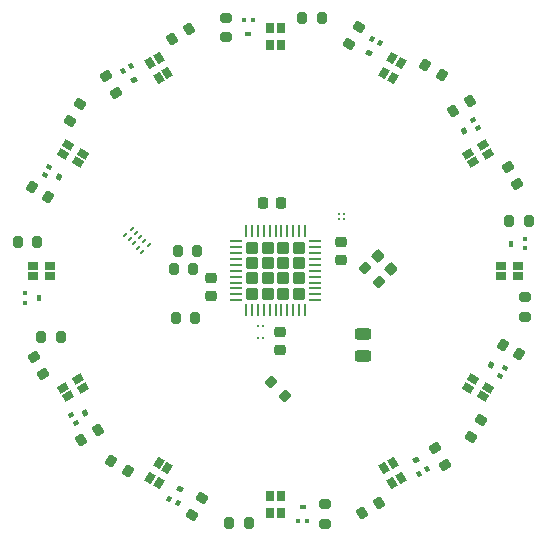
<source format=gbr>
%TF.GenerationSoftware,KiCad,Pcbnew,7.0.5*%
%TF.CreationDate,2023-10-07T14:02:05+02:00*%
%TF.ProjectId,ClockRev5,436c6f63-6b52-4657-9635-2e6b69636164,rev?*%
%TF.SameCoordinates,Original*%
%TF.FileFunction,Paste,Top*%
%TF.FilePolarity,Positive*%
%FSLAX46Y46*%
G04 Gerber Fmt 4.6, Leading zero omitted, Abs format (unit mm)*
G04 Created by KiCad (PCBNEW 7.0.5) date 2023-10-07 14:02:05*
%MOMM*%
%LPD*%
G01*
G04 APERTURE LIST*
G04 Aperture macros list*
%AMRoundRect*
0 Rectangle with rounded corners*
0 $1 Rounding radius*
0 $2 $3 $4 $5 $6 $7 $8 $9 X,Y pos of 4 corners*
0 Add a 4 corners polygon primitive as box body*
4,1,4,$2,$3,$4,$5,$6,$7,$8,$9,$2,$3,0*
0 Add four circle primitives for the rounded corners*
1,1,$1+$1,$2,$3*
1,1,$1+$1,$4,$5*
1,1,$1+$1,$6,$7*
1,1,$1+$1,$8,$9*
0 Add four rect primitives between the rounded corners*
20,1,$1+$1,$2,$3,$4,$5,0*
20,1,$1+$1,$4,$5,$6,$7,0*
20,1,$1+$1,$6,$7,$8,$9,0*
20,1,$1+$1,$8,$9,$2,$3,0*%
%AMRotRect*
0 Rectangle, with rotation*
0 The origin of the aperture is its center*
0 $1 length*
0 $2 width*
0 $3 Rotation angle, in degrees counterclockwise*
0 Add horizontal line*
21,1,$1,$2,0,0,$3*%
G04 Aperture macros list end*
%ADD10RoundRect,0.200000X0.310705X0.138157X-0.035705X0.338157X-0.310705X-0.138157X0.035705X-0.338157X0*%
%ADD11RotRect,0.650000X0.850000X120.000000*%
%ADD12RoundRect,0.200000X-0.035705X-0.338157X0.310705X-0.138157X0.035705X0.338157X-0.310705X0.138157X0*%
%ADD13RoundRect,0.200000X-0.200000X-0.275000X0.200000X-0.275000X0.200000X0.275000X-0.200000X0.275000X0*%
%ADD14RoundRect,0.200000X0.275000X-0.200000X0.275000X0.200000X-0.275000X0.200000X-0.275000X-0.200000X0*%
%ADD15R,0.450000X0.400000*%
%ADD16R,0.450000X0.500000*%
%ADD17RoundRect,0.243750X0.456250X-0.243750X0.456250X0.243750X-0.456250X0.243750X-0.456250X-0.243750X0*%
%ADD18C,0.250000*%
%ADD19RoundRect,0.225000X0.250000X-0.225000X0.250000X0.225000X-0.250000X0.225000X-0.250000X-0.225000X0*%
%ADD20RotRect,0.450000X0.400000X330.000000*%
%ADD21RotRect,0.450000X0.500000X330.000000*%
%ADD22RotRect,0.650000X0.850000X60.000000*%
%ADD23RoundRect,0.250000X0.275000X0.275000X-0.275000X0.275000X-0.275000X-0.275000X0.275000X-0.275000X0*%
%ADD24RoundRect,0.062500X0.475000X0.062500X-0.475000X0.062500X-0.475000X-0.062500X0.475000X-0.062500X0*%
%ADD25RoundRect,0.062500X0.062500X0.475000X-0.062500X0.475000X-0.062500X-0.475000X0.062500X-0.475000X0*%
%ADD26RoundRect,0.225000X0.225000X0.250000X-0.225000X0.250000X-0.225000X-0.250000X0.225000X-0.250000X0*%
%ADD27RotRect,0.200000X0.475000X135.000000*%
%ADD28RoundRect,0.200000X0.138157X-0.310705X0.338157X0.035705X-0.138157X0.310705X-0.338157X-0.035705X0*%
%ADD29R,0.850000X0.650000*%
%ADD30RoundRect,0.200000X0.200000X0.275000X-0.200000X0.275000X-0.200000X-0.275000X0.200000X-0.275000X0*%
%ADD31R,0.650000X0.850000*%
%ADD32RoundRect,0.225000X-0.250000X0.225000X-0.250000X-0.225000X0.250000X-0.225000X0.250000X0.225000X0*%
%ADD33RoundRect,0.200000X0.035705X0.338157X-0.310705X0.138157X-0.035705X-0.338157X0.310705X-0.138157X0*%
%ADD34RotRect,0.450000X0.400000X240.000000*%
%ADD35RotRect,0.450000X0.500000X240.000000*%
%ADD36R,0.400000X0.450000*%
%ADD37R,0.500000X0.450000*%
%ADD38RotRect,0.650000X0.850000X300.000000*%
%ADD39RoundRect,0.200000X-0.138157X0.310705X-0.338157X-0.035705X0.138157X-0.310705X0.338157X0.035705X0*%
%ADD40RotRect,0.650000X0.850000X330.000000*%
%ADD41RotRect,0.450000X0.400000X300.000000*%
%ADD42RotRect,0.450000X0.500000X300.000000*%
%ADD43RotRect,0.650000X0.850000X30.000000*%
%ADD44RotRect,0.650000X0.850000X150.000000*%
%ADD45RoundRect,0.200000X0.338157X-0.035705X0.138157X0.310705X-0.338157X0.035705X-0.138157X-0.310705X0*%
%ADD46RoundRect,0.200000X-0.338157X0.035705X-0.138157X-0.310705X0.338157X-0.035705X0.138157X0.310705X0*%
%ADD47RotRect,0.450000X0.400000X150.000000*%
%ADD48RotRect,0.450000X0.500000X150.000000*%
%ADD49RoundRect,0.200000X-0.275000X0.200000X-0.275000X-0.200000X0.275000X-0.200000X0.275000X0.200000X0*%
%ADD50RotRect,0.650000X0.850000X210.000000*%
%ADD51RotRect,0.450000X0.400000X30.000000*%
%ADD52RotRect,0.450000X0.500000X30.000000*%
%ADD53RotRect,0.450000X0.400000X60.000000*%
%ADD54RotRect,0.450000X0.500000X60.000000*%
%ADD55RoundRect,0.200000X-0.310705X-0.138157X0.035705X-0.338157X0.310705X0.138157X-0.035705X0.338157X0*%
%ADD56RoundRect,0.200000X-0.335876X-0.053033X-0.053033X-0.335876X0.335876X0.053033X0.053033X0.335876X0*%
%ADD57RotRect,0.450000X0.400000X210.000000*%
%ADD58RotRect,0.450000X0.500000X210.000000*%
%ADD59RotRect,0.450000X0.400000X120.000000*%
%ADD60RotRect,0.450000X0.500000X120.000000*%
%ADD61RotRect,0.650000X0.850000X240.000000*%
%ADD62RoundRect,0.225000X-0.335876X-0.017678X-0.017678X-0.335876X0.335876X0.017678X0.017678X0.335876X0*%
G04 APERTURE END LIST*
D10*
%TO.C,R51*%
X80774348Y-93749806D03*
X79345406Y-92924806D03*
%TD*%
%TO.C,R42*%
X87478942Y-116975000D03*
X86050000Y-116150000D03*
%TD*%
D11*
%TO.C,D8*%
X82437329Y-110630561D03*
X82012329Y-109894439D03*
X83268065Y-109169439D03*
X83693065Y-109905561D03*
%TD*%
D12*
%TO.C,R58*%
X91248557Y-80342057D03*
X92677499Y-79517057D03*
%TD*%
D13*
%TO.C,R23*%
X119774999Y-95800000D03*
X121424999Y-95800000D03*
%TD*%
D14*
%TO.C,R59*%
X95800000Y-80225000D03*
X95800000Y-78575000D03*
%TD*%
D15*
%TO.C,Q6*%
X121125000Y-98100000D03*
X121125000Y-97300000D03*
D16*
X119975000Y-97700000D03*
%TD*%
D17*
%TO.C,D14*%
X107400000Y-105362500D03*
X107400000Y-107237500D03*
%TD*%
D18*
%TO.C,X1*%
X98910000Y-105700000D03*
X98910000Y-104700000D03*
X98500000Y-104700000D03*
X98500000Y-105700000D03*
%TD*%
D19*
%TO.C,C6*%
X100400000Y-106750000D03*
X100400000Y-105200000D03*
%TD*%
D20*
%TO.C,Q13*%
X80854070Y-91178590D03*
X80454070Y-91871410D03*
D21*
X81650000Y-92100000D03*
%TD*%
D22*
%TO.C,D10*%
X82012329Y-90105561D03*
X82437329Y-89369439D03*
X83693065Y-90094439D03*
X83268065Y-90830561D03*
%TD*%
D18*
%TO.C,U2*%
X105800000Y-95200000D03*
X105800000Y-95600000D03*
X105400000Y-95200000D03*
X105400000Y-95600000D03*
%TD*%
D23*
%TO.C,U1*%
X101950000Y-101950000D03*
X101950000Y-100650000D03*
X101950000Y-99350000D03*
X101950000Y-98050000D03*
X100650000Y-101950000D03*
X100650000Y-100650000D03*
X100650000Y-99350000D03*
X100650000Y-98050000D03*
X99350000Y-101950000D03*
X99350000Y-100650000D03*
X99350000Y-99350000D03*
X99350000Y-98050000D03*
X98050000Y-101950000D03*
X98050000Y-100650000D03*
X98050000Y-99350000D03*
X98050000Y-98050000D03*
D24*
X103337500Y-102500000D03*
X103337500Y-102000000D03*
X103337500Y-101500000D03*
X103337500Y-101000000D03*
X103337500Y-100500000D03*
X103337500Y-100000000D03*
X103337500Y-99500000D03*
X103337500Y-99000000D03*
X103337500Y-98500000D03*
X103337500Y-98000000D03*
X103337500Y-97500000D03*
D25*
X102500000Y-96662500D03*
X102000000Y-96662500D03*
X101500000Y-96662500D03*
X101000000Y-96662500D03*
X100500000Y-96662500D03*
X100000000Y-96662500D03*
X99500000Y-96662500D03*
X99000000Y-96662500D03*
X98500000Y-96662500D03*
X98000000Y-96662500D03*
X97500000Y-96662500D03*
D24*
X96662500Y-97500000D03*
X96662500Y-98000000D03*
X96662500Y-98500000D03*
X96662500Y-99000000D03*
X96662500Y-99500000D03*
X96662500Y-100000000D03*
X96662500Y-100500000D03*
X96662500Y-101000000D03*
X96662500Y-101500000D03*
X96662500Y-102000000D03*
X96662500Y-102500000D03*
D25*
X97500000Y-103337500D03*
X98000000Y-103337500D03*
X98500000Y-103337500D03*
X99000000Y-103337500D03*
X99500000Y-103337500D03*
X100000000Y-103337500D03*
X100500000Y-103337500D03*
X101000000Y-103337500D03*
X101500000Y-103337500D03*
X102000000Y-103337500D03*
X102500000Y-103337500D03*
%TD*%
D26*
%TO.C,C8*%
X100475000Y-94300000D03*
X98925000Y-94300000D03*
%TD*%
D27*
%TO.C,D13*%
X89250000Y-97850000D03*
X88896447Y-97496447D03*
X88542893Y-97142894D03*
X88189340Y-96789340D03*
X87835787Y-96435787D03*
X87287072Y-96984502D03*
X87640625Y-97338055D03*
X87994179Y-97691608D03*
X88347732Y-98045162D03*
X88701285Y-98398715D03*
%TD*%
D28*
%TO.C,R15*%
X106250194Y-80774348D03*
X107075194Y-79345406D03*
%TD*%
D12*
%TO.C,R19*%
X115025652Y-86475194D03*
X116454594Y-85650194D03*
%TD*%
D29*
%TO.C,D3*%
X120525000Y-99575000D03*
X120525000Y-100425000D03*
X119075000Y-100425000D03*
X119075000Y-99575000D03*
%TD*%
D30*
%TO.C,R47*%
X81800000Y-105600000D03*
X80150000Y-105600000D03*
%TD*%
D31*
%TO.C,D6*%
X100425000Y-120525000D03*
X99575000Y-120525000D03*
X99575000Y-119075000D03*
X100425000Y-119075000D03*
%TD*%
D32*
%TO.C,C7*%
X94500000Y-100625000D03*
X94500000Y-102175000D03*
%TD*%
D33*
%TO.C,R43*%
X84974347Y-113524806D03*
X83545405Y-114349806D03*
%TD*%
D34*
%TO.C,Q4*%
X108833910Y-80752035D03*
X108141090Y-80352035D03*
D35*
X107912500Y-81547965D03*
%TD*%
D36*
%TO.C,Q15*%
X98100000Y-78775000D03*
X97300000Y-78775000D03*
D37*
X97700000Y-79925000D03*
%TD*%
D29*
%TO.C,D9*%
X79475000Y-100425000D03*
X79475000Y-99575000D03*
X80925000Y-99575000D03*
X80925000Y-100425000D03*
%TD*%
D38*
%TO.C,D2*%
X117562670Y-89369439D03*
X117987670Y-90105561D03*
X116731934Y-90830561D03*
X116306934Y-90094439D03*
%TD*%
D30*
%TO.C,R38*%
X97750000Y-121399999D03*
X96100000Y-121399999D03*
%TD*%
D39*
%TO.C,R39*%
X93749806Y-119225651D03*
X92924806Y-120654593D03*
%TD*%
D13*
%TO.C,R12*%
X91725000Y-98350000D03*
X93375000Y-98350000D03*
%TD*%
D30*
%TO.C,R50*%
X79825000Y-97600000D03*
X78175000Y-97600000D03*
%TD*%
D15*
%TO.C,Q12*%
X78825000Y-101900000D03*
X78825000Y-102700000D03*
D16*
X79975000Y-102300000D03*
%TD*%
D40*
%TO.C,D1*%
X109894439Y-82012329D03*
X110630561Y-82437329D03*
X109905561Y-83693065D03*
X109169439Y-83268065D03*
%TD*%
D41*
%TO.C,Q14*%
X87771410Y-82654070D03*
X87078590Y-83054070D03*
D42*
X88000000Y-83850000D03*
%TD*%
D43*
%TO.C,D11*%
X89369439Y-82437329D03*
X90105561Y-82012329D03*
X90830561Y-83268065D03*
X90094439Y-83693065D03*
%TD*%
D44*
%TO.C,D7*%
X90105561Y-117987670D03*
X89369439Y-117562670D03*
X90094439Y-116306934D03*
X90830561Y-116731934D03*
%TD*%
D28*
%TO.C,R54*%
X82592056Y-87351443D03*
X83417056Y-85922501D03*
%TD*%
D45*
%TO.C,R46*%
X80342057Y-108751443D03*
X79517057Y-107322501D03*
%TD*%
D13*
%TO.C,R62*%
X102250000Y-78600000D03*
X103900000Y-78600000D03*
%TD*%
D46*
%TO.C,R22*%
X119657942Y-91248557D03*
X120482942Y-92677499D03*
%TD*%
D47*
%TO.C,Q7*%
X119047965Y-108933910D03*
X119447965Y-108241090D03*
D48*
X118252035Y-108012500D03*
%TD*%
D49*
%TO.C,R26*%
X121150000Y-102250000D03*
X121150000Y-103900000D03*
%TD*%
D50*
%TO.C,D5*%
X110630561Y-117562670D03*
X109894439Y-117987670D03*
X109169439Y-116731934D03*
X109905561Y-116306934D03*
%TD*%
D39*
%TO.C,R30*%
X117407943Y-112648557D03*
X116582943Y-114077499D03*
%TD*%
D19*
%TO.C,C5*%
X105550000Y-99100000D03*
X105550000Y-97550000D03*
%TD*%
D45*
%TO.C,R55*%
X86475194Y-84974347D03*
X85650194Y-83545405D03*
%TD*%
D51*
%TO.C,Q11*%
X82702035Y-112241090D03*
X83102035Y-112933910D03*
D52*
X83897965Y-112012500D03*
%TD*%
D53*
%TO.C,Q10*%
X91016090Y-119297965D03*
X91708910Y-119697965D03*
D54*
X91937500Y-118502035D03*
%TD*%
D46*
%TO.C,R31*%
X113524806Y-115025652D03*
X114349806Y-116454594D03*
%TD*%
D55*
%TO.C,R18*%
X112648557Y-82592056D03*
X114077499Y-83417056D03*
%TD*%
D31*
%TO.C,D12*%
X99575000Y-79475000D03*
X100425000Y-79475000D03*
X100425000Y-80925000D03*
X99575000Y-80925000D03*
%TD*%
D56*
%TO.C,R64*%
X107607969Y-99766637D03*
X108774695Y-100933363D03*
%TD*%
D55*
%TO.C,R27*%
X119225651Y-106250194D03*
X120654593Y-107075194D03*
%TD*%
D56*
%TO.C,R63*%
X99650000Y-109400000D03*
X100816726Y-110566726D03*
%TD*%
D57*
%TO.C,Q5*%
X117147965Y-87908910D03*
X116747965Y-87216090D03*
D58*
X115952035Y-88137500D03*
%TD*%
D59*
%TO.C,Q8*%
X112141090Y-117197965D03*
X112833910Y-116797965D03*
D60*
X111912500Y-116002035D03*
%TD*%
D13*
%TO.C,R14*%
X91575000Y-104000000D03*
X93225000Y-104000000D03*
%TD*%
%TO.C,R13*%
X91375000Y-99890000D03*
X93025000Y-99890000D03*
%TD*%
D49*
%TO.C,R35*%
X104200000Y-119775000D03*
X104200000Y-121425000D03*
%TD*%
D33*
%TO.C,R34*%
X108751443Y-119657942D03*
X107322501Y-120482942D03*
%TD*%
D36*
%TO.C,Q9*%
X101900000Y-121175000D03*
X102700000Y-121175000D03*
D37*
X102300000Y-120025000D03*
%TD*%
D61*
%TO.C,D4*%
X117987670Y-109894439D03*
X117562670Y-110630561D03*
X116306934Y-109905561D03*
X116731934Y-109169439D03*
%TD*%
D62*
%TO.C,C16*%
X108703984Y-98741332D03*
X109800000Y-99837348D03*
%TD*%
M02*

</source>
